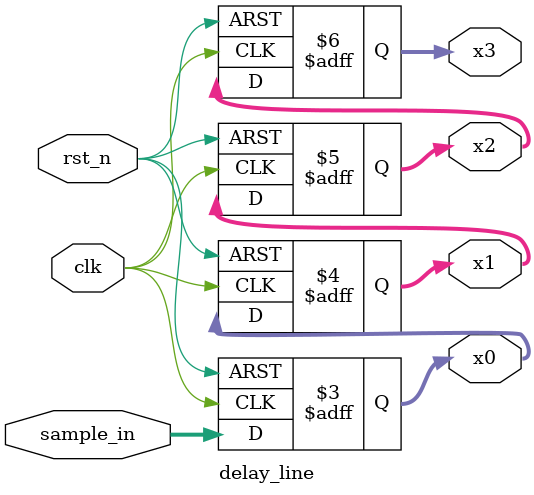
<source format=v>
`default_nettype none

module delay_line(
    input  wire clk,
    input  wire rst_n,
    input  wire [7:0] sample_in,
    output reg  [7:0] x0,
    output reg  [7:0] x1,
    output reg  [7:0] x2,
    output reg  [7:0] x3
);

    always @(posedge clk or negedge rst_n) begin
        if(!rst_n) begin
            x0 <= 0;
            x1 <= 0;
            x2 <= 0;
            x3 <= 0;
        end
        else begin
            x3 <= x2;
            x2 <= x1;
            x1 <= x0;
            x0 <= sample_in;
        end
    end

endmodule
</source>
